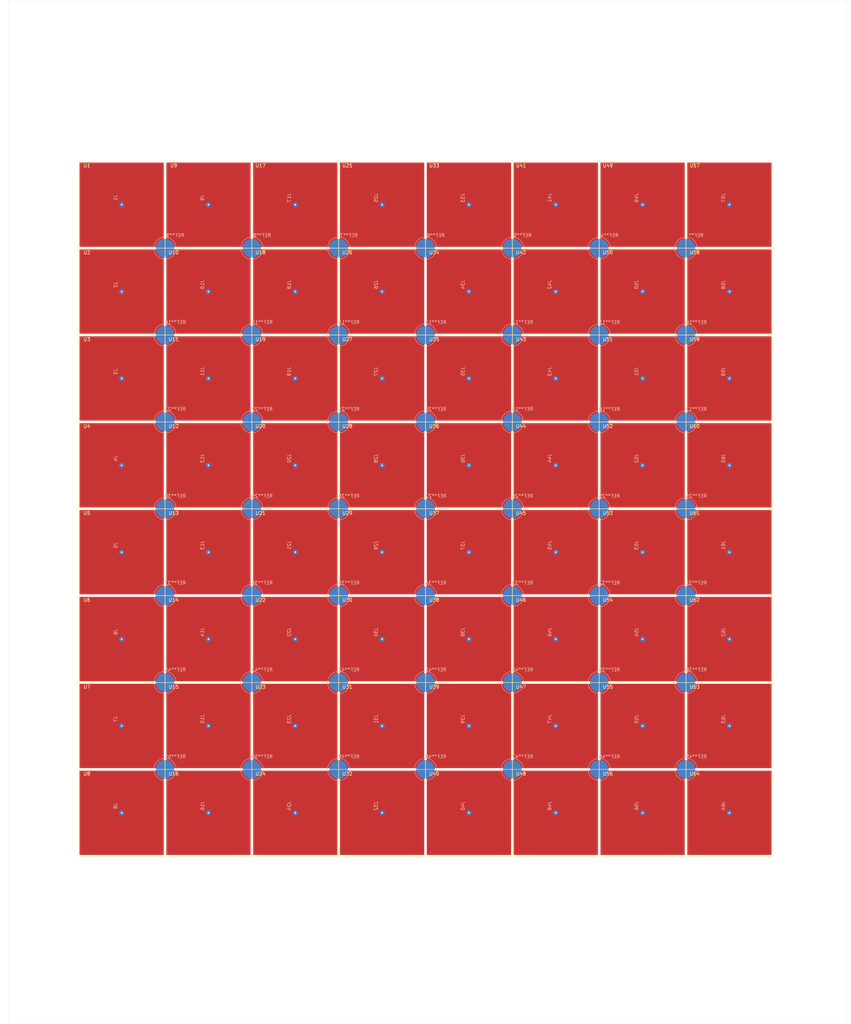
<source format=kicad_pcb>
(kicad_pcb (version 20221018) (generator pcbnew)
  (layers (0 "F.Cu" signal) (31 "B.Cu" signal) (34 "B.Paste" user) (35 "F.Paste" user) (36 "B.SilkS" user "B.Silkscreen") (37 "F.SilkS" user "F.Silkscreen") (38 "B.Mask" user) (39 "F.Mask" user) (44 "Edge.Cuts" user))
  (net 0 "")
  (net 1 "/a1")
  (net 2 "/a2")
  (net 3 "/a3")
  (net 4 "/a4")
  (net 5 "/a5")
  (net 6 "/a6")
  (net 7 "/a7")
  (net 8 "/a8")
  (net 9 "/b1")
  (net 10 "/b2")
  (net 11 "/b3")
  (net 12 "/b4")
  (net 13 "/b5")
  (net 14 "/b6")
  (net 15 "/b7")
  (net 16 "/b8")
  (net 17 "/c1")
  (net 18 "/c2")
  (net 19 "/c3")
  (net 20 "/c4")
  (net 21 "/c5")
  (net 22 "/c6")
  (net 23 "/c7")
  (net 24 "/c8")
  (net 25 "/d1")
  (net 26 "/d2")
  (net 27 "/d3")
  (net 28 "/d4")
  (net 29 "/d5")
  (net 30 "/d6")
  (net 31 "/d7")
  (net 32 "/d8")
  (net 33 "/e1")
  (net 34 "/e2")
  (net 35 "/e3")
  (net 36 "/e4")
  (net 37 "/e5")
  (net 38 "/e6")
  (net 39 "/e7")
  (net 40 "/e8")
  (net 41 "/f1")
  (net 42 "/f2")
  (net 43 "/f3")
  (net 44 "/f4")
  (net 45 "/f5")
  (net 46 "/f6")
  (net 47 "/f7")
  (net 48 "/f8")
  (net 49 "/g1")
  (net 50 "/g2")
  (net 51 "/g3")
  (net 52 "/g4")
  (net 53 "/g5")
  (net 54 "/g6")
  (net 55 "/g7")
  (net 56 "/g8")
  (net 57 "/h1")
  (net 58 "/h2")
  (net 59 "/h3")
  (net 60 "/h4")
  (net 61 "/h5")
  (net 62 "/h6")
  (net 63 "/h7")
  (net 64 "/h8")
  (footprint "AnodePads:anode_square_pad_no_hole" (layer "F.Cu") (at 321.751479 240.5161)
    (fp_text reference "U45" (at -10.16 -11.43) (layer "F.SilkS"))
    (fp_text value "anode_pad")
    (pad "1" connect rect (at 0 0) (size 24.638 24.638) (layers "F.Cu") (net 45 "/f5"))
  )
  (footprint "AnodePads:anode_square_pad_no_hole" (layer "F.Cu") (at 296.351479 138.9161)
    (fp_text reference "U33" (at -10.16 -11.43) (layer "F.SilkS"))
    (fp_text value "anode_pad")
    (pad "1" connect rect (at 0 0) (size 24.638 24.638) (layers "F.Cu") (net 33 "/e1"))
  )
  (footprint "AnodePads:anode_square_pad_no_hole" (layer "F.Cu") (at 321.751479 189.7161)
    (fp_text reference "U43" (at -10.16 -11.43) (layer "F.SilkS"))
    (fp_text value "anode_pad")
    (pad "1" connect rect (at 0 0) (size 24.638 24.638) (layers "F.Cu") (net 43 "/f3"))
  )
  (footprint "AnodePads:anode_square_pad_no_hole" (layer "F.Cu") (at 245.551479 164.3161)
    (fp_text reference "U18" (at -10.16 -11.43) (layer "F.SilkS"))
    (fp_text value "anode_pad")
    (pad "1" connect rect (at 0 0) (size 24.638 24.638) (layers "F.Cu") (net 18 "/c2"))
  )
  (footprint "AnodePads:anode_square_pad_no_hole" (layer "F.Cu") (at 270.951479 316.7161)
    (fp_text reference "U32" (at -10.16 -11.43) (layer "F.SilkS"))
    (fp_text value "anode_pad")
    (pad "1" connect rect (at 0 0) (size 24.638 24.638) (layers "F.Cu") (net 32 "/d8"))
  )
  (footprint "AnodePads:anode_square_pad_no_hole" (layer "F.Cu") (at 347.151479 215.1161)
    (fp_text reference "U52" (at -10.16 -11.43) (layer "F.SilkS"))
    (fp_text value "anode_pad")
    (pad "1" connect rect (at 0 0) (size 24.638 24.638) (layers "F.Cu") (net 52 "/g4"))
  )
  (footprint "AnodePads:anode_square_pad_no_hole" (layer "F.Cu") (at 296.351479 240.5161)
    (fp_text reference "U37" (at -10.16 -11.43) (layer "F.SilkS"))
    (fp_text value "anode_pad")
    (pad "1" connect rect (at 0 0) (size 24.638 24.638) (layers "F.Cu") (net 37 "/e5"))
  )
  (footprint "AnodePads:anode_square_pad_no_hole" (layer "F.Cu") (at 372.551479 138.9161)
    (fp_text reference "U57" (at -10.16 -11.43) (layer "F.SilkS"))
    (fp_text value "anode_pad")
    (pad "1" connect rect (at 0 0) (size 24.638 24.638) (layers "F.Cu") (net 57 "/h1"))
  )
  (footprint "AnodePads:anode_square_pad_no_hole" (layer "F.Cu") (at 194.751479 164.3161)
    (fp_text reference "U2" (at -10.16 -11.43) (layer "F.SilkS"))
    (fp_text value "anode_pad")
    (pad "1" connect rect (at 0 0) (size 24.638 24.638) (layers "F.Cu") (net 2 "/a2"))
  )
  (footprint "AnodePads:anode_square_pad_no_hole" (layer "F.Cu") (at 270.951479 164.3161)
    (fp_text reference "U26" (at -10.16 -11.43) (layer "F.SilkS"))
    (fp_text value "anode_pad")
    (pad "1" connect rect (at 0 0) (size 24.638 24.638) (layers "F.Cu") (net 26 "/d2"))
  )
  (footprint "AnodePads:anode_square_pad_no_hole" (layer "F.Cu") (at 194.751479 240.5161)
    (fp_text reference "U5" (at -10.16 -11.43) (layer "F.SilkS"))
    (fp_text value "anode_pad")
    (pad "1" connect rect (at 0 0) (size 24.638 24.638) (layers "F.Cu") (net 5 "/a5"))
  )
  (footprint "AnodePads:anode_square_pad_no_hole" (layer "F.Cu") (at 347.151479 316.7161)
    (fp_text reference "U56" (at -10.16 -11.43) (layer "F.SilkS"))
    (fp_text value "anode_pad")
    (pad "1" connect rect (at 0 0) (size 24.638 24.638) (layers "F.Cu") (net 56 "/g8"))
  )
  (footprint "AnodePads:anode_square_pad_no_hole" (layer "F.Cu") (at 372.551479 164.3161)
    (fp_text reference "U58" (at -10.16 -11.43) (layer "F.SilkS"))
    (fp_text value "anode_pad")
    (pad "1" connect rect (at 0 0) (size 24.638 24.638) (layers "F.Cu") (net 58 "/h2"))
  )
  (footprint "AnodePads:anode_square_pad_no_hole" (layer "F.Cu") (at 245.551479 291.3161)
    (fp_text reference "U23" (at -10.16 -11.43) (layer "F.SilkS"))
    (fp_text value "anode_pad")
    (pad "1" connect rect (at 0 0) (size 24.638 24.638) (layers "F.Cu") (net 23 "/c7"))
  )
  (footprint "AnodePads:anode_square_pad_no_hole" (layer "F.Cu") (at 296.351479 189.7161)
    (fp_text reference "U35" (at -10.16 -11.43) (layer "F.SilkS"))
    (fp_text value "anode_pad")
    (pad "1" connect rect (at 0 0) (size 24.638 24.638) (layers "F.Cu") (net 35 "/e3"))
  )
  (footprint "AnodePads:anode_square_pad_no_hole" (layer "F.Cu") (at 245.551479 240.5161)
    (fp_text reference "U21" (at -10.16 -11.43) (layer "F.SilkS"))
    (fp_text value "anode_pad")
    (pad "1" connect rect (at 0 0) (size 24.638 24.638) (layers "F.Cu") (net 21 "/c5"))
  )
  (footprint "AnodePads:anode_square_pad_no_hole" (layer "F.Cu") (at 270.951479 189.7161)
    (fp_text reference "U27" (at -10.16 -11.43) (layer "F.SilkS"))
    (fp_text value "anode_pad")
    (pad "1" connect rect (at 0 0) (size 24.638 24.638) (layers "F.Cu") (net 27 "/d3"))
  )
  (footprint "AnodePads:anode_square_pad_no_hole" (layer "F.Cu") (at 321.751479 316.7161)
    (fp_text reference "U48" (at -10.16 -11.43) (layer "F.SilkS"))
    (fp_text value "anode_pad")
    (pad "1" connect rect (at 0 0) (size 24.638 24.638) (layers "F.Cu") (net 48 "/f8"))
  )
  (footprint "AnodePads:anode_square_pad_no_hole" (layer "F.Cu") (at 296.351479 265.9161)
    (fp_text reference "U38" (at -10.16 -11.43) (layer "F.SilkS"))
    (fp_text value "anode_pad")
    (pad "1" connect rect (at 0 0) (size 24.638 24.638) (layers "F.Cu") (net 38 "/e6"))
  )
  (footprint "AnodePads:anode_square_pad_no_hole" (layer "F.Cu") (at 220.151479 291.3161)
    (fp_text reference "U15" (at -10.16 -11.43) (layer "F.SilkS"))
    (fp_text value "anode_pad")
    (pad "1" connect rect (at 0 0) (size 24.638 24.638) (layers "F.Cu") (net 15 "/b7"))
  )
  (footprint "AnodePads:anode_square_pad_no_hole" (layer "F.Cu") (at 321.751479 215.1161)
    (fp_text reference "U44" (at -10.16 -11.43) (layer "F.SilkS"))
    (fp_text value "anode_pad")
    (pad "1" connect rect (at 0 0) (size 24.638 24.638) (layers "F.Cu") (net 44 "/f4"))
  )
  (footprint "AnodePads:anode_square_pad_no_hole" (layer "F.Cu") (at 270.951479 138.9161)
    (fp_text reference "U25" (at -10.16 -11.43) (layer "F.SilkS"))
    (fp_text value "anode_pad")
    (pad "1" connect rect (at 0 0) (size 24.638 24.638) (layers "F.Cu") (net 25 "/d1"))
  )
  (footprint "AnodePads:anode_square_pad_no_hole" (layer "F.Cu") (at 372.551479 189.7161)
    (fp_text reference "U59" (at -10.16 -11.43) (layer "F.SilkS"))
    (fp_text value "anode_pad")
    (pad "1" connect rect (at 0 0) (size 24.638 24.638) (layers "F.Cu") (net 59 "/h3"))
  )
  (footprint "AnodePads:anode_square_pad_no_hole" (layer "F.Cu") (at 372.551479 265.9161)
    (fp_text reference "U62" (at -10.16 -11.43) (layer "F.SilkS"))
    (fp_text value "anode_pad")
    (pad "1" connect rect (at 0 0) (size 24.638 24.638) (layers "F.Cu") (net 62 "/h6"))
  )
  (footprint "AnodePads:anode_square_pad_no_hole" (layer "F.Cu") (at 296.351479 215.1161)
    (fp_text reference "U36" (at -10.16 -11.43) (layer "F.SilkS"))
    (fp_text value "anode_pad")
    (pad "1" connect rect (at 0 0) (size 24.638 24.638) (layers "F.Cu") (net 36 "/e4"))
  )
  (footprint "AnodePads:anode_square_pad_no_hole" (layer "F.Cu") (at 347.151479 138.9161)
    (fp_text reference "U49" (at -10.16 -11.43) (layer "F.SilkS"))
    (fp_text value "anode_pad")
    (pad "1" connect rect (at 0 0) (size 24.638 24.638) (layers "F.Cu") (net 49 "/g1"))
  )
  (footprint "AnodePads:anode_square_pad_no_hole" (layer "F.Cu") (at 372.551479 215.1161)
    (fp_text reference "U60" (at -10.16 -11.43) (layer "F.SilkS"))
    (fp_text value "anode_pad")
    (pad "1" connect rect (at 0 0) (size 24.638 24.638) (layers "F.Cu") (net 60 "/h4"))
  )
  (footprint "AnodePads:anode_square_pad_no_hole" (layer "F.Cu") (at 321.751479 138.9161)
    (fp_text reference "U41" (at -10.16 -11.43) (layer "F.SilkS"))
    (fp_text value "anode_pad")
    (pad "1" connect rect (at 0 0) (size 24.638 24.638) (layers "F.Cu") (net 41 "/f1"))
  )
  (footprint "AnodePads:anode_square_pad_no_hole" (layer "F.Cu") (at 194.751479 215.1161)
    (fp_text reference "U4" (at -10.16 -11.43) (layer "F.SilkS"))
    (fp_text value "anode_pad")
    (pad "1" connect rect (at 0 0) (size 24.638 24.638) (layers "F.Cu") (net 4 "/a4"))
  )
  (footprint "AnodePads:anode_square_pad_no_hole" (layer "F.Cu") (at 372.551479 291.3161)
    (fp_text reference "U63" (at -10.16 -11.43) (layer "F.SilkS"))
    (fp_text value "anode_pad")
    (pad "1" connect rect (at 0 0) (size 24.638 24.638) (layers "F.Cu") (net 63 "/h7"))
  )
  (footprint "AnodePads:anode_square_pad_no_hole" (layer "F.Cu") (at 270.951479 215.1161)
    (fp_text reference "U28" (at -10.16 -11.43) (layer "F.SilkS"))
    (fp_text value "anode_pad")
    (pad "1" connect rect (at 0 0) (size 24.638 24.638) (layers "F.Cu") (net 28 "/d4"))
  )
  (footprint "AnodePads:anode_square_pad_no_hole" (layer "F.Cu") (at 220.151479 215.1161)
    (fp_text reference "U12" (at -10.16 -11.43) (layer "F.SilkS"))
    (fp_text value "anode_pad")
    (pad "1" connect rect (at 0 0) (size 24.638 24.638) (layers "F.Cu") (net 12 "/b4"))
  )
  (footprint "AnodePads:anode_square_pad_no_hole" (layer "F.Cu") (at 270.951479 240.5161)
    (fp_text reference "U29" (at -10.16 -11.43) (layer "F.SilkS"))
    (fp_text value "anode_pad")
    (pad "1" connect rect (at 0 0) (size 24.638 24.638) (layers "F.Cu") (net 29 "/d5"))
  )
  (footprint "AnodePads:anode_square_pad_no_hole" (layer "F.Cu") (at 321.751479 164.3161)
    (fp_text reference "U42" (at -10.16 -11.43) (layer "F.SilkS"))
    (fp_text value "anode_pad")
    (pad "1" connect rect (at 0 0) (size 24.638 24.638) (layers "F.Cu") (net 42 "/f2"))
  )
  (footprint "AnodePads:anode_square_pad_no_hole" (layer "F.Cu") (at 245.551479 316.7161)
    (fp_text reference "U24" (at -10.16 -11.43) (layer "F.SilkS"))
    (fp_text value "anode_pad")
    (pad "1" connect rect (at 0 0) (size 24.638 24.638) (layers "F.Cu") (net 24 "/c8"))
  )
  (footprint "AnodePads:anode_square_pad_no_hole" (layer "F.Cu") (at 220.151479 265.9161)
    (fp_text reference "U14" (at -10.16 -11.43) (layer "F.SilkS"))
    (fp_text value "anode_pad")
    (pad "1" connect rect (at 0 0) (size 24.638 24.638) (layers "F.Cu") (net 14 "/b6"))
  )
  (footprint "AnodePads:anode_square_pad_no_hole" (layer "F.Cu") (at 372.551479 316.7161)
    (fp_text reference "U64" (at -10.16 -11.43) (layer "F.SilkS"))
    (fp_text value "anode_pad")
    (pad "1" connect rect (at 0 0) (size 24.638 24.638) (layers "F.Cu") (net 64 "/h8"))
  )
  (footprint "AnodePads:anode_square_pad_no_hole" (layer "F.Cu") (at 270.951479 291.3161)
    (fp_text reference "U31" (at -10.16 -11.43) (layer "F.SilkS"))
    (fp_text value "anode_pad")
    (pad "1" connect rect (at 0 0) (size 24.638 24.638) (layers "F.Cu") (net 31 "/d7"))
  )
  (footprint "AnodePads:anode_square_pad_no_hole" (layer "F.Cu") (at 245.551479 215.1161)
    (fp_text reference "U20" (at -10.16 -11.43) (layer "F.SilkS"))
    (fp_text value "anode_pad")
    (pad "1" connect rect (at 0 0) (size 24.638 24.638) (layers "F.Cu") (net 20 "/c4"))
  )
  (footprint "AnodePads:anode_square_pad_no_hole" (layer "F.Cu") (at 347.151479 291.3161)
    (fp_text reference "U55" (at -10.16 -11.43) (layer "F.SilkS"))
    (fp_text value "anode_pad")
    (pad "1" connect rect (at 0 0) (size 24.638 24.638) (layers "F.Cu") (net 55 "/g7"))
  )
  (footprint "AnodePads:anode_square_pad_no_hole" (layer "F.Cu") (at 220.151479 138.9161)
    (fp_text reference "U9" (at -10.16 -11.43) (layer "F.SilkS"))
    (fp_text value "anode_pad")
    (pad "1" connect rect (at 0 0) (size 24.638 24.638) (layers "F.Cu") (net 9 "/b1"))
  )
  (footprint "AnodePads:anode_square_pad_no_hole" (layer "F.Cu") (at 321.751479 265.9161)
    (fp_text reference "U46" (at -10.16 -11.43) (layer "F.SilkS"))
    (fp_text value "anode_pad")
    (pad "1" connect rect (at 0 0) (size 24.638 24.638) (layers "F.Cu") (net 46 "/f6"))
  )
  (footprint "AnodePads:anode_square_pad_no_hole" (layer "F.Cu") (at 347.151479 265.9161)
    (fp_text reference "U54" (at -10.16 -11.43) (layer "F.SilkS"))
    (fp_text value "anode_pad")
    (pad "1" connect rect (at 0 0) (size 24.638 24.638) (layers "F.Cu") (net 54 "/g6"))
  )
  (footprint "AnodePads:anode_square_pad_no_hole" (layer "F.Cu") (at 194.751479 138.9161)
    (fp_text reference "U1" (at -10.16 -11.43) (layer "F.SilkS"))
    (fp_text value "anode_pad")
    (pad "1" connect rect (at 0 0) (size 24.638 24.638) (layers "F.Cu") (net 1 "/a1"))
  )
  (footprint "AnodePads:anode_square_pad_no_hole" (layer "F.Cu") (at 194.751479 265.9161)
    (fp_text reference "U6" (at -10.16 -11.43) (layer "F.SilkS"))
    (fp_text value "anode_pad")
    (pad "1" connect rect (at 0 0) (size 24.638 24.638) (layers "F.Cu") (net 6 "/a6"))
  )
  (footprint "AnodePads:anode_square_pad_no_hole" (layer "F.Cu") (at 296.351479 291.3161)
    (fp_text reference "U39" (at -10.16 -11.43) (layer "F.SilkS"))
    (fp_text value "anode_pad")
    (pad "1" connect rect (at 0 0) (size 24.638 24.638) (layers "F.Cu") (net 39 "/e7"))
  )
  (footprint "AnodePads:anode_square_pad_no_hole" (layer "F.Cu") (at 220.151479 189.7161)
    (fp_text reference "U11" (at -10.16 -11.43) (layer "F.SilkS"))
    (fp_text value "anode_pad")
    (pad "1" connect rect (at 0 0) (size 24.638 24.638) (layers "F.Cu") (net 11 "/b3"))
  )
  (footprint "AnodePads:anode_square_pad_no_hole" (layer "F.Cu") (at 321.751479 291.3161)
    (fp_text reference "U47" (at -10.16 -11.43) (layer "F.SilkS"))
    (fp_text value "anode_pad")
    (pad "1" connect rect (at 0 0) (size 24.638 24.638) (layers "F.Cu") (net 47 "/f7"))
  )
  (footprint "AnodePads:anode_square_pad_no_hole" (layer "F.Cu") (at 220.151479 316.7161)
    (fp_text reference "U16" (at -10.16 -11.43) (layer "F.SilkS"))
    (fp_text value "anode_pad")
    (pad "1" connect rect (at 0 0) (size 24.638 24.638) (layers "F.Cu") (net 16 "/b8"))
  )
  (footprint "AnodePads:anode_square_pad_no_hole" (layer "F.Cu") (at 270.951479 265.9161)
    (fp_text reference "U30" (at -10.16 -11.43) (layer "F.SilkS"))
    (fp_text value "anode_pad")
    (pad "1" connect rect (at 0 0) (size 24.638 24.638) (layers "F.Cu") (net 30 "/d6"))
  )
  (footprint "AnodePads:anode_square_pad_no_hole" (layer "F.Cu") (at 347.151479 189.7161)
    (fp_text reference "U51" (at -10.16 -11.43) (layer "F.SilkS"))
    (fp_text value "anode_pad")
    (pad "1" connect rect (at 0 0) (size 24.638 24.638) (layers "F.Cu") (net 51 "/g3"))
  )
  (footprint "AnodePads:anode_square_pad_no_hole" (layer "F.Cu") (at 372.551479 240.5161)
    (fp_text reference "U61" (at -10.16 -11.43) (layer "F.SilkS"))
    (fp_text value "anode_pad")
    (pad "1" connect rect (at 0 0) (size 24.638 24.638) (layers "F.Cu") (net 61 "/h5"))
  )
  (footprint "AnodePads:anode_square_pad_no_hole" (layer "F.Cu") (at 347.151479 164.3161)
    (fp_text reference "U50" (at -10.16 -11.43) (layer "F.SilkS"))
    (fp_text value "anode_pad")
    (pad "1" connect rect (at 0 0) (size 24.638 24.638) (layers "F.Cu") (net 50 "/g2"))
  )
  (footprint "AnodePads:anode_square_pad_no_hole" (layer "F.Cu") (at 194.751479 316.7161)
    (fp_text reference "U8" (at -10.16 -11.43) (layer "F.SilkS"))
    (fp_text value "anode_pad")
    (pad "1" connect rect (at 0 0) (size 24.638 24.638) (layers "F.Cu") (net 8 "/a8"))
  )
  (footprint "AnodePads:anode_square_pad_no_hole" (layer "F.Cu") (at 245.551479 265.9161)
    (fp_text reference "U22" (at -10.16 -11.43) (layer "F.SilkS"))
    (fp_text value "anode_pad")
    (pad "1" connect rect (at 0 0) (size 24.638 24.638) (layers "F.Cu") (net 22 "/c6"))
  )
  (footprint "AnodePads:anode_square_pad_no_hole" (layer "F.Cu") (at 194.751479 189.7161)
    (fp_text reference "U3" (at -10.16 -11.43) (layer "F.SilkS"))
    (fp_text value "anode_pad")
    (pad "1" connect rect (at 0 0) (size 24.638 24.638) (layers "F.Cu") (net 3 "/a3"))
  )
  (footprint "AnodePads:anode_square_pad_no_hole" (layer "F.Cu") (at 220.151479 164.3161)
    (fp_text reference "U10" (at -10.16 -11.43) (layer "F.SilkS"))
    (fp_text value "anode_pad")
    (pad "1" connect rect (at 0 0) (size 24.638 24.638) (layers "F.Cu") (net 10 "/b2"))
  )
  (footprint "AnodePads:anode_square_pad_no_hole" (layer "F.Cu") (at 296.351479 316.7161)
    (fp_text reference "U40" (at -10.16 -11.43) (layer "F.SilkS"))
    (fp_text value "anode_pad")
    (pad "1" connect rect (at 0 0) (size 24.638 24.638) (layers "F.Cu") (net 40 "/e8"))
  )
  (footprint "AnodePads:anode_square_pad_no_hole" (layer "F.Cu") (at 220.151479 240.5161)
    (fp_text reference "U13" (at -10.16 -11.43) (layer "F.SilkS"))
    (fp_text value "anode_pad")
    (pad "1" connect rect (at 0 0) (size 24.638 24.638) (layers "F.Cu") (net 13 "/b5"))
  )
  (footprint "AnodePads:anode_square_pad_no_hole" (layer "F.Cu") (at 245.551479 138.9161)
    (fp_text reference "U17" (at -10.16 -11.43) (layer "F.SilkS"))
    (fp_text value "anode_pad")
    (pad "1" connect rect (at 0 0) (size 24.638 24.638) (layers "F.Cu") (net 17 "/c1"))
  )
  (footprint "AnodePads:anode_square_pad_no_hole" (layer "F.Cu") (at 347.151479 240.5161)
    (fp_text reference "U53" (at -10.16 -11.43) (layer "F.SilkS"))
    (fp_text value "anode_pad")
    (pad "1" connect rect (at 0 0) (size 24.638 24.638) (layers "F.Cu") (net 53 "/g5"))
  )
  (footprint "AnodePads:anode_square_pad_no_hole" (layer "F.Cu") (at 194.751479 291.3161)
    (fp_text reference "U7" (at -10.16 -11.43) (layer "F.SilkS"))
    (fp_text value "anode_pad")
    (pad "1" connect rect (at 0 0) (size 24.638 24.638) (layers "F.Cu") (net 7 "/a7"))
  )
  (footprint "AnodePads:anode_square_pad_no_hole" (layer "F.Cu") (at 296.351479 164.3161)
    (fp_text reference "U34" (at -10.16 -11.43) (layer "F.SilkS"))
    (fp_text value "anode_pad")
    (pad "1" connect rect (at 0 0) (size 24.638 24.638) (layers "F.Cu") (net 34 "/e2"))
  )
  (footprint "AnodePads:anode_square_pad_no_hole" (layer "F.Cu") (at 245.551479 189.7161)
    (fp_text reference "U19" (at -10.16 -11.43) (layer "F.SilkS"))
    (fp_text value "anode_pad")
    (pad "1" connect rect (at 0 0) (size 24.638 24.638) (layers "F.Cu") (net 19 "/c3"))
  )
  (footprint "AnodePads:Standoff_mount_5.5D" (layer "B.Cu") (at 207.451479 202.4161 180)
    (fp_text reference "REF**23" (at -3 3.75 unlocked) (layer "B.SilkS") (effects (justify mirror)))
    (fp_text value "Standoff_mount_5.5D")
    (pad "1" smd circle (at 0 0 180) (size 5.5 5.5) (layers "B.Cu" "B.Paste" "B.Mask"))
  )
  (footprint "AnodePads:Standoff_mount_5.5D" (layer "B.Cu") (at 359.851479 304.0161 180)
    (fp_text reference "REF**45" (at -3 3.75 unlocked) (layer "B.SilkS") (effects (justify mirror)))
    (fp_text value "Standoff_mount_5.5D")
    (pad "1" smd circle (at 0 0 180) (size 5.5 5.5) (layers "B.Cu" "B.Paste" "B.Mask"))
  )
  (footprint "AnodePads:Standoff_mount_5.5D" (layer "B.Cu") (at 258.251479 202.4161 180)
    (fp_text reference "REF**21" (at -3 3.75 unlocked) (layer "B.SilkS") (effects (justify mirror)))
    (fp_text value "Standoff_mount_5.5D")
    (pad "1" smd circle (at 0 0 180) (size 5.5 5.5) (layers "B.Cu" "B.Paste" "B.Mask"))
  )
  (footprint "AnodePads:PogoPinWithTail" (layer "B.Cu") (at 270.951479 189.7161 -90)
    (fp_text reference "J27" (at -2.032 1.778 90 unlocked) (layer "B.SilkS") (effects (justify mirror)))
    (fp_text value "Conn_01x01_Pin")
    (pad "1" thru_hole circle (at 0 0 270) (size 0.85 0.85) (drill 0.45) (layers "*.Cu") (net 27 "/d3"))
    (pad "1" smd circle (at 0 0 270) (size 1.5 1.5) (layers "B.Cu" "B.Paste" "B.Mask") (net 27 "/d3"))
  )
  (footprint "AnodePads:PogoPinWithTail" (layer "B.Cu") (at 321.751479 291.3161 -90)
    (fp_text reference "J47" (at -2.032 1.778 90 unlocked) (layer "B.SilkS") (effects (justify mirror)))
    (fp_text value "Conn_01x01_Pin")
    (pad "1" thru_hole circle (at 0 0 270) (size 0.85 0.85) (drill 0.45) (layers "*.Cu") (net 47 "/f7"))
    (pad "1" smd circle (at 0 0 270) (size 1.5 1.5) (layers "B.Cu" "B.Paste" "B.Mask") (net 47 "/f7"))
  )
  (footprint "AnodePads:Standoff_mount_5.5D" (layer "B.Cu") (at 283.651479 253.2161 180)
    (fp_text reference "REF**34" (at -3 3.75 unlocked) (layer "B.SilkS") (effects (justify mirror)))
    (fp_text value "Standoff_mount_5.5D")
    (pad "1" smd circle (at 0 0 180) (size 5.5 5.5) (layers "B.Cu" "B.Paste" "B.Mask"))
  )
  (footprint "AnodePads:Standoff_mount_5.5D" (layer "B.Cu") (at 283.651479 304.0161 180)
    (fp_text reference "REF**48" (at -3 3.75 unlocked) (layer "B.SilkS") (effects (justify mirror)))
    (fp_text value "Standoff_mount_5.5D")
    (pad "1" smd circle (at 0 0 180) (size 5.5 5.5) (layers "B.Cu" "B.Paste" "B.Mask"))
  )
  (footprint "" (layer "B.Cu") (at 325.134558 107.79325 180)
    (fp_text reference "" (at 0 0) (layer "B.SilkS") (effects (font (size 1.27 1.27)) (justify mirror)))
    (fp_text value "" (at 0 0) (layer "B.SilkS") (effects (font (size 1.27 1.27)) (justify mirror)))
    (pad "" np_thru_hole circle (at 0 0 180) (size 2.5 2.5) (drill 2.5) (layers "*.Cu" "*.Mask"))
  )
  (footprint "AnodePads:PogoPinWithTail" (layer "B.Cu") (at 220.151479 164.3161 -90)
    (fp_text reference "J10" (at -2.032 1.778 90 unlocked) (layer "B.SilkS") (effects (justify mirror)))
    (fp_text value "Conn_01x01_Pin")
    (pad "1" thru_hole circle (at 0 0 270) (size 0.85 0.85) (drill 0.45) (layers "*.Cu") (net 10 "/b2"))
    (pad "1" smd circle (at 0 0 270) (size 1.5 1.5) (layers "B.Cu" "B.Paste" "B.Mask") (net 10 "/b2"))
  )
  (footprint "AnodePads:PogoPinWithTail" (layer "B.Cu") (at 321.751479 138.9161 -90)
    (fp_text reference "J41" (at -2.032 1.778 90 unlocked) (layer "B.SilkS") (effects (justify mirror)))
    (fp_text value "Conn_01x01_Pin")
    (pad "1" thru_hole circle (at 0 0 270) (size 0.85 0.85) (drill 0.45) (layers "*.Cu") (net 41 "/f1"))
    (pad "1" smd circle (at 0 0 270) (size 1.5 1.5) (layers "B.Cu" "B.Paste" "B.Mask") (net 41 "/f1"))
  )
  (footprint "MountingHole:MountingHole_2.2mm_M2" (layer "B.Cu") (at 168.651479 337.8161 180)
    (fp_text reference "REF**2" hide)
    (fp_text value "MountingHole_2.2mm_M2")
    (pad "" np_thru_hole circle (at 0 0 180) (size 5 5) (drill 5) (layers "*.Cu" "*.Mask"))
  )
  (footprint "AnodePads:PogoPinWithTail" (layer "B.Cu") (at 220.151479 291.3161 -90)
    (fp_text reference "J15" (at -2.032 1.778 90 unlocked) (layer "B.SilkS") (effects (justify mirror)))
    (fp_text value "Conn_01x01_Pin")
    (pad "1" thru_hole circle (at 0 0 270) (size 0.85 0.85) (drill 0.45) (layers "*.Cu") (net 15 "/b7"))
    (pad "1" smd circle (at 0 0 270) (size 1.5 1.5) (layers "B.Cu" "B.Paste" "B.Mask") (net 15 "/b7"))
  )
  (footprint "AnodePads:PogoPinWithTail" (layer "B.Cu") (at 194.751479 215.1161 -90)
    (fp_text reference "J4" (at -2.032 1.778 90 unlocked) (layer "B.SilkS") (effects (justify mirror)))
    (fp_text value "Conn_01x01_Pin")
    (pad "1" thru_hole circle (at 0 0 270) (size 0.85 0.85) (drill 0.45) (layers "*.Cu") (net 4 "/a4"))
    (pad "1" smd circle (at 0 0 270) (size 1.5 1.5) (layers "B.Cu" "B.Paste" "B.Mask") (net 4 "/a4"))
  )
  (footprint "AnodePads:PogoPinWithTail" (layer "B.Cu") (at 296.351479 265.9161 -90)
    (fp_text reference "J38" (at -2.032 1.778 90 unlocked) (layer "B.SilkS") (effects (justify mirror)))
    (fp_text value "Conn_01x01_Pin")
    (pad "1" thru_hole circle (at 0 0 270) (size 0.85 0.85) (drill 0.45) (layers "*.Cu") (net 38 "/e6"))
    (pad "1" smd circle (at 0 0 270) (size 1.5 1.5) (layers "B.Cu" "B.Paste" "B.Mask") (net 38 "/e6"))
  )
  (footprint "AnodePads:PogoPinWithTail" (layer "B.Cu") (at 270.951479 215.1161 -90)
    (fp_text reference "J28" (at -2.032 1.778 90 unlocked) (layer "B.SilkS") (effects (justify mirror)))
    (fp_text value "Conn_01x01_Pin")
    (pad "1" thru_hole circle (at 0 0 270) (size 0.85 0.85) (drill 0.45) (layers "*.Cu") (net 28 "/d4"))
    (pad "1" smd circle (at 0 0 270) (size 1.5 1.5) (layers "B.Cu" "B.Paste" "B.Mask") (net 28 "/d4"))
  )
  (footprint "" (layer "B.Cu") (at 304.408158 107.79325 180)
    (fp_text reference "" (at 0 0) (layer "B.SilkS") (effects (font (size 1.27 1.27)) (justify mirror)))
    (fp_text value "" (at 0 0) (layer "B.SilkS") (effects (font (size 1.27 1.27)) (justify mirror)))
    (pad "" np_thru_hole circle (at 0 0 180) (size 2.5 2.5) (drill 2.5) (layers "*.Cu" "*.Mask"))
  )
  (footprint "AnodePads:Standoff_mount_5.5D" (layer "B.Cu") (at 283.651479 227.8161 180)
    (fp_text reference "REF**27" (at -3 3.75 unlocked) (layer "B.SilkS") (effects (justify mirror)))
    (fp_text value "Standoff_mount_5.5D")
    (pad "1" smd circle (at 0 0 180) (size 5.5 5.5) (layers "B.Cu" "B.Paste" "B.Mask"))
  )
  (footprint "AnodePads:Standoff_mount_5.5D" (layer "B.Cu") (at 258.251479 253.2161 180)
    (fp_text reference "REF**35" (at -3 3.75 unlocked) (layer "B.SilkS") (effects (justify mirror)))
    (fp_text value "Standoff_mount_5.5D")
    (pad "1" smd circle (at 0 0 180) (size 5.5 5.5) (layers "B.Cu" "B.Paste" "B.Mask"))
  )
  (footprint "AnodePads:Standoff_mount_5.5D" (layer "B.Cu") (at 309.051479 202.4161 180)
    (fp_text reference "REF**19" (at -3 3.75 unlocked) (layer "B.SilkS") (effects (justify mirror)))
    (fp_text value "Standoff_mount_5.5D")
    (pad "1" smd circle (at 0 0 180) (size 5.5 5.5) (layers "B.Cu" "B.Paste" "B.Mask"))
  )
  (footprint "" (layer "B.Cu") (at 398.692958 282.85005 180)
    (fp_text reference "" (at 0 0) (layer "B.SilkS") (effects (font (size 1.27 1.27)) (justify mirror)))
    (fp_text value "" (at 0 0) (layer "B.SilkS") (effects (font (size 1.27 1.27)) (justify mirror)))
    (pad "" np_thru_hole circle (at 0 0 180) (size 5 5) (drill 5) (layers "*.Cu" "*.Mask"))
  )
  (footprint "AnodePads:PogoPinWithTail" (layer "B.Cu") (at 245.551479 265.9161 -90)
    (fp_text reference "J22" (at -2.032 1.778 90 unlocked) (layer "B.SilkS") (effects (justify mirror)))
    (fp_text value "Conn_01x01_Pin")
    (pad "1" thru_hole circle (at 0 0 270) (size 0.85 0.85) (drill 0.45) (layers "*.Cu") (net 22 "/c6"))
    (pad "1" smd circle (at 0 0 270) (size 1.5 1.5) (layers "B.Cu" "B.Paste" "B.Mask") (net 22 "/c6"))
  )
  (footprint "AnodePads:PogoPinWithTail" (layer "B.Cu") (at 321.751479 240.5161 -90)
    (fp_text reference "J45" (at -2.032 1.778 90 unlocked) (layer "B.SilkS") (effects (justify mirror)))
    (fp_text value "Conn_01x01_Pin")
    (pad "1" thru_hole circle (at 0 0 270) (size 0.85 0.85) (drill 0.45) (layers "*.Cu") (net 45 "/f5"))
    (pad "1" smd circle (at 0 0 270) (size 1.5 1.5) (layers "B.Cu" "B.Paste" "B.Mask") (net 45 "/f5"))
  )
  (footprint "" (layer "B.Cu") (at 345.860958 107.79325 180)
    (fp_text reference "" (at 0 0) (layer "B.SilkS") (effects (font (size 1.27 1.27)) (justify mirror)))
    (fp_text value "" (at 0 0) (layer "B.SilkS") (effects (font (size 1.27 1.27)) (justify mirror)))
    (pad "" np_thru_hole circle (at 0 0 180) (size 2.5 2.5) (drill 2.5) (layers "*.Cu" "*.Mask"))
  )
  (footprint "AnodePads:PogoPinWithTail" (layer "B.Cu") (at 220.151479 215.1161 -90)
    (fp_text reference "J12" (at -2.032 1.778 90 unlocked) (layer "B.SilkS") (effects (justify mirror)))
    (fp_text value "Conn_01x01_Pin")
    (pad "1" thru_hole circle (at 0 0 270) (size 0.85 0.85) (drill 0.45) (layers "*.Cu") (net 12 "/b4"))
    (pad "1" smd circle (at 0 0 270) (size 1.5 1.5) (layers "B.Cu" "B.Paste" "B.Mask") (net 12 "/b4"))
  )
  (footprint "AnodePads:Standoff_mount_5.5D" (layer "B.Cu") (at 258.251479 151.6161 180)
    (fp_text reference "REF**7" (at -3 3.75 unlocked) (layer "B.SilkS") (effects (justify mirror)))
    (fp_text value "Standoff_mount_5.5D")
    (pad "1" smd circle (at 0 0 180) (size 5.5 5.5) (layers "B.Cu" "B.Paste" "B.Mask"))
  )
  (footprint "AnodePads:PogoPinWithTail" (layer "B.Cu") (at 270.951479 138.9161 -90)
    (fp_text reference "J25" (at -2.032 1.778 90 unlocked) (layer "B.SilkS") (effects (justify mirror)))
    (fp_text value "Conn_01x01_Pin")
    (pad "1" thru_hole circle (at 0 0 270) (size 0.85 0.85) (drill 0.45) (layers "*.Cu") (net 25 "/d1"))
    (pad "1" smd circle (at 0 0 270) (size 1.5 1.5) (layers "B.Cu" "B.Paste" "B.Mask") (net 25 "/d1"))
  )
  (footprint "AnodePads:Standoff_mount_5.5D" (layer "B.Cu") (at 232.851479 202.4161 180)
    (fp_text reference "REF**22" (at -3 3.75 unlocked) (layer "B.SilkS") (effects (justify mirror)))
    (fp_text value "Standoff_mount_5.5D")
    (pad "1" smd circle (at 0 0 180) (size 5.5 5.5) (layers "B.Cu" "B.Paste" "B.Mask"))
  )
  (footprint "AnodePads:Standoff_mount_5.5D" (layer "B.Cu") (at 258.251479 304.0161 180)
    (fp_text reference "REF**49" (at -3 3.75 unlocked) (layer "B.SilkS") (effects (justify mirror)))
    (fp_text value "Standoff_mount_5.5D")
    (pad "1" smd circle (at 0 0 180) (size 5.5 5.5) (layers "B.Cu" "B.Paste" "B.Mask"))
  )
  (footprint "AnodePads:PogoPinWithTail" (layer "B.Cu") (at 245.551479 291.3161 -90)
    (fp_text reference "J23" (at -2.032 1.778 90 unlocked) (layer "B.SilkS") (effects (justify mirror)))
    (fp_text value "Conn_01x01_Pin")
    (pad "1" thru_hole circle (at 0 0 270) (size 0.85 0.85) (drill 0.45) (layers "*.Cu") (net 23 "/c7"))
    (pad "1" smd circle (at 0 0 270) (size 1.5 1.5) (layers "B.Cu" "B.Paste" "B.Mask") (net 23 "/c7"))
  )
  (footprint "" (layer "B.Cu") (at 283.681758 347.82325 180)
    (fp_text reference "" (at 0 0) (layer "B.SilkS") (effects (font (size 1.27 1.27)) (justify mirror)))
    (fp_text value "" (at 0 0) (layer "B.SilkS") (effects (font (size 1.27 1.27)) (justify mirror)))
    (pad "" np_thru_hole circle (at 0 0 180) (size 2.5 2.5) (drill 2.5) (layers "*.Cu" "*.Mask"))
  )
  (footprint "AnodePads:Standoff_mount_5.5D" (layer "B.Cu") (at 359.851479 151.6161 180)
    (fp_text reference "REF**" (at -3 3.75 unlocked) (layer "B.SilkS") (effects (justify mirror)))
    (fp_text value "Standoff_mount_5.5D")
    (pad "1" smd circle (at 0 0 180) (size 5.5 5.5) (layers "B.Cu" "B.Paste" "B.Mask"))
  )
  (footprint "AnodePads:PogoPinWithTail" (layer "B.Cu") (at 270.951479 240.5161 -90)
    (fp_text reference "J29" (at -2.032 1.778 90 unlocked) (layer "B.SilkS") (effects (justify mirror)))
    (fp_text value "Conn_01x01_Pin")
    (pad "1" thru_hole circle (at 0 0 270) (size 0.85 0.85) (drill 0.45) (layers "*.Cu") (net 29 "/d5"))
    (pad "1" smd circle (at 0 0 270) (size 1.5 1.5) (layers "B.Cu" "B.Paste" "B.Mask") (net 29 "/d5"))
  )
  (footprint "AnodePads:PogoPinWithTail" (layer "B.Cu") (at 372.551479 138.9161 -90)
    (fp_text reference "J57" (at -2.032 1.778 90 unlocked) (layer "B.SilkS") (effects (justify mirror)))
    (fp_text value "Conn_01x01_Pin")
    (pad "1" thru_hole circle (at 0 0 270) (size 0.85 0.85) (drill 0.45) (layers "*.Cu") (net 57 "/h1"))
    (pad "1" smd circle (at 0 0 270) (size 1.5 1.5) (layers "B.Cu" "B.Paste" "B.Mask") (net 57 "/h1"))
  )
  (footprint "AnodePads:Standoff_mount_5.5D" (layer "B.Cu") (at 207.451479 304.0161 180)
    (fp_text reference "REF**51" (at -3 3.75 unlocked) (layer "B.SilkS") (effects (justify mirror)))
    (fp_text value "Standoff_mount_5.5D")
    (pad "1" smd circle (at 0 0 180) (size 5.5 5.5) (layers "B.Cu" "B.Paste" "B.Mask"))
  )
  (footprint "AnodePads:PogoPinWithTail" (layer "B.Cu") (at 220.151479 265.9161 -90)
    (fp_text reference "J14" (at -2.032 1.778 90 unlocked) (layer "B.SilkS") (effects (justify mirror)))
    (fp_text value "Conn_01x01_Pin")
    (pad "1" thru_hole circle (at 0 0 270) (size 0.85 0.85) (drill 0.45) (layers "*.Cu") (net 14 "/b6"))
    (pad "1" smd circle (at 0 0 270) (size 1.5 1.5) (layers "B.Cu" "B.Paste" "B.Mask") (net 14 "/b6"))
  )
  (footprint "AnodePads:Standoff_mount_5.5D" (layer "B.Cu") (at 359.851479 202.4161 180)
    (fp_text reference "REF**17" (at -3 3.75 unlocked) (layer "B.SilkS") (effects (justify mirror)))
    (fp_text value "Standoff_mount_5.5D")
    (pad "1" smd circle (at 0 0 180) (size 5.5 5.5) (layers "B.Cu" "B.Paste" "B.Mask"))
  )
  (footprint "" (layer "B.Cu") (at 221.502558 347.82325 180)
    (fp_text reference "" (at 0 0) (layer "B.SilkS") (effects (font (size 1.27 1.27)) (justify mirror)))
    (fp_text value "" (at 0 0) (layer "B.SilkS") (effects (font (size 1.27 1.27)) (justify mirror)))
    (pad "" np_thru_hole circle (at 0 0 180) (size 2.5 2.5) (drill 2.5) (layers "*.Cu" "*.Mask"))
  )
  (footprint "AnodePads:PogoPinWithTail" (layer "B.Cu") (at 245.551479 316.7161 -90)
    (fp_text reference "J24" (at -2.032 1.778 90 unlocked) (layer "B.SilkS") (effects (justify mirror)))
    (fp_text value "Conn_01x01_Pin")
    (pad "1" thru_hole circle (at 0 0 270) (size 0.85 0.85) (drill 0.45) (layers "*.Cu") (net 24 "/c8"))
    (pad "1" smd circle (at 0 0 270) (size 1.5 1.5) (layers "B.Cu" "B.Paste" "B.Mask") (net 24 "/c8"))
  )
  (footprint "AnodePads:Standoff_mount_5.5D" (layer "B.Cu") (at 207.451479 151.6161 180)
    (fp_text reference "REF**9" (at -3 3.75 unlocked) (layer "B.SilkS") (effects (justify mirror)))
    (fp_text value "Standoff_mount_5.5D")
    (pad "1" smd circle (at 0 0 180) (size 5.5 5.5) (layers "B.Cu" "B.Paste" "B.Mask"))
  )
  (footprint "AnodePads:PogoPinWithTail" (layer "B.Cu") (at 347.151479 164.3161 -90)
    (fp_text reference "J50" (at -2.032 1.778 90 unlocked) (layer "B.SilkS") (effects (justify mirror)))
    (fp_text value "Conn_01x01_Pin")
    (pad "1" thru_hole circle (at 0 0 270) (size 0.85 0.85) (drill 0.45) (layers "*.Cu") (net 50 "/g2"))
    (pad "1" smd circle (at 0 0 270) (size 1.5 1.5) (layers "B.Cu" "B.Paste" "B.Mask") (net 50 "/g2"))
  )
  (footprint "" (layer "B.Cu") (at 345.860958 347.82325 180)
    (fp_text reference "" (at 0 0) (layer "B.SilkS") (effects (font (size 1.27 1.27)) (justify mirror)))
    (fp_text value "" (at 0 0) (layer "B.SilkS") (effects (font (size 1.27 1.27)) (justify mirror)))
    (pad "" np_thru_hole circle (at 0 0 180) (size 2.5 2.5) (drill 2.5) (layers "*.Cu" "*.Mask"))
  )
  (footprint "AnodePads:PogoPinWithTail" (layer "B.Cu") (at 296.351479 164.3161 -90)
    (fp_text reference "J34" (at -2.032 1.778 90 unlocked) (layer "B.SilkS") (effects (justify mirror)))
    (fp_text value "Conn_01x01_Pin")
    (pad "1" thru_hole circle (at 0 0 270) (size 0.85 0.85) (drill 0.45) (layers "*.Cu") (net 34 "/e2"))
    (pad "1" smd circle (at 0 0 270) (size 1.5 1.5) (layers "B.Cu" "B.Paste" "B.Mask") (net 34 "/e2"))
  )
  (footprint "AnodePads:Standoff_mount_5.5D" (layer "B.Cu") (at 258.251479 177.0161 180)
    (fp_text reference "REF**14" (at -3 3.75 unlocked) (layer "B.SilkS") (effects (justify mirror)))
    (fp_text value "Standoff_mount_5.5D")
    (pad "1" smd circle (at 0 0 180) (size 5.5 5.5) (layers "B.Cu" "B.Paste" "B.Mask"))
  )
  (footprint "AnodePads:PogoPinWithTail" (layer "B.Cu") (at 245.551479 138.9161 -90)
    (fp_text reference "J17" (at -2.032 1.778 90 unlocked) (layer "B.SilkS") (effects (justify mirror)))
    (fp_text value "Conn_01x01_Pin")
    (pad "1" thru_hole circle (at 0 0 270) (size 0.85 0.85) (drill 0.45) (layers "*.Cu") (net 17 "/c1"))
    (pad "1" smd circle (at 0 0 270) (size 1.5 1.5) (layers "B.Cu" "B.Paste" "B.Mask") (net 17 "/c1"))
  )
  (footprint "AnodePads:Standoff_mount_5.5D" (layer "B.Cu") (at 283.651479 151.6161 180)
    (fp_text reference "REF**6" (at -3 3.75 unlocked) (layer "B.SilkS") (effects (justify mirror)))
    (fp_text value "Standoff_mount_5.5D")
    (pad "1" smd circle (at 0 0 180) (size 5.5 5.5) (layers "B.Cu" "B.Paste" "B.Mask"))
  )
  (footprint "AnodePads:PogoPinWithTail" (layer "B.Cu") (at 245.551479 240.5161 -90)
    (fp_text reference "J21" (at -2.032 1.778 90 unlocked) (layer "B.SilkS") (effects (justify mirror)))
    (fp_text value "Conn_01x01_Pin")
    (pad "1" thru_hole circle (at 0 0 270) (size 0.85 0.85) (drill 0.45) (layers "*.Cu") (net 21 "/c5"))
    (pad "1" smd circle (at 0 0 270) (size 1.5 1.5) (layers "B.Cu" "B.Paste" "B.Mask") (net 21 "/c5"))
  )
  (footprint "AnodePads:PogoPinWithTail" (layer "B.Cu") (at 296.351479 215.1161 -90)
    (fp_text reference "J36" (at -2.032 1.778 90 unlocked) (layer "B.SilkS") (effects (justify mirror)))
    (fp_text value "Conn_01x01_Pin")
    (pad "1" thru_hole circle (at 0 0 270) (size 0.85 0.85) (drill 0.45) (layers "*.Cu") (net 36 "/e4"))
    (pad "1" smd circle (at 0 0 270) (size 1.5 1.5) (layers "B.Cu" "B.Paste" "B.Mask") (net 36 "/e4"))
  )
  (footprint "AnodePads:PogoPinWithTail" (layer "B.Cu") (at 194.751479 291.3161 -90)
    (fp_text reference "J7" (at -2.032 1.778 90 unlocked) (layer "B.SilkS") (effects (justify mirror)))
    (fp_text value "Conn_01x01_Pin")
    (pad "1" thru_hole circle (at 0 0 270) (size 0.85 0.85) (drill 0.45) (layers "*.Cu") (net 7 "/a7"))
    (pad "1" smd circle (at 0 0 270) (size 1.5 1.5) (layers "B.Cu" "B.Paste" "B.Mask") (net 7 "/a7"))
  )
  (footprint "" (layer "B.Cu") (at 283.681758 107.79325 180)
    (fp_text reference "" (at 0 0) (layer "B.SilkS") (effects (font (size 1.27 1.27)) (justify mirror)))
    (fp_text value "" (at 0 0) (layer "B.SilkS") (effects (font (size 1.27 1.27)) (justify mirror)))
    (pad "" np_thru_hole circle (at 0 0 180) (size 2.5 2.5) (drill 2.5) (layers "*.Cu" "*.Mask"))
  )
  (footprint "AnodePads:Standoff_mount_5.5D" (layer "B.Cu") (at 232.851479 304.0161 180)
    (fp_text reference "REF**50" (at -3 3.75 unlocked) (layer "B.SilkS") (effects (justify mirror)))
    (fp_text value "Standoff_mount_5.5D")
    (pad "1" smd circle (at 0 0 180) (size 5.5 5.5) (layers "B.Cu" "B.Paste" "B.Mask"))
  )
  (footprint "AnodePads:PogoPinWithTail" (layer "B.Cu") (at 296.351479 291.3161 -90)
    (fp_text reference "J39" (at -2.032 1.778 90 unlocked) (layer "B.SilkS") (effects (justify mirror)))
    (fp_text value "Conn_01x01_Pin")
    (pad "1" thru_hole circle (at 0 0 270) (size 0.85 0.85) (drill 0.45) (layers "*.Cu") (net 39 "/e7"))
    (pad "1" smd circle (at 0 0 270) (size 1.5 1.5) (layers "B.Cu" "B.Paste" "B.Mask") (net 39 "/e7"))
  )
  (footprint "AnodePads:Standoff_mount_5.5D" (layer "B.Cu") (at 207.451479 177.0161 180)
    (fp_text reference "REF**16" (at -3 3.75 unlocked) (layer "B.SilkS") (effects (justify mirror)))
    (fp_text value "Standoff_mount_5.5D")
    (pad "1" smd circle (at 0 0 180) (size 5.5 5.5) (layers "B.Cu" "B.Paste" "B.Mask"))
  )
  (footprint "AnodePads:Standoff_mount_5.5D" (layer "B.Cu") (at 309.051479 278.6161 180)
    (fp_text reference "REF**40" (at -3 3.75 unlocked) (layer "B.SilkS") (effects (justify mirror)))
    (fp_text value "Standoff_mount_5.5D")
    (pad "1" smd circle (at 0 0 180) (size 5.5 5.5) (layers "B.Cu" "B.Paste" "B.Mask"))
  )
  (footprint "AnodePads:PogoPinWithTail" (layer "B.Cu") (at 194.751479 265.9161 -90)
    (fp_text reference "J6" (at -2.032 1.778 90 unlocked) (layer "B.SilkS") (effects (justify mirror)))
    (fp_text value "Conn_01x01_Pin")
    (pad "1" thru_hole circle (at 0 0 270) (size 0.85 0.85) (drill 0.45) (layers "*.Cu") (net 6 "/a6"))
    (pad "1" smd circle (at 0 0 270) (size 1.5 1.5) (layers "B.Cu" "B.Paste" "B.Mask") (net 6 "/a6"))
  )
  (footprint "AnodePads:PogoPinWithTail" (layer "B.Cu") (at 372.551479 291.3161 -90)
    (fp_text reference "J63" (at -2.032 1.778 90 unlocked) (layer "B.SilkS") (effects (justify mirror)))
    (fp_text value "Conn_01x01_Pin")
    (pad "1" thru_hole circle (at 0 0 270) (size 0.85 0.85) (drill 0.45) (layers "*.Cu") (net 63 "/h7"))
    (pad "1" smd circle (at 0 0 270) (size 1.5 1.5) (layers "B.Cu" "B.Paste" "B.Mask") (net 63 "/h7"))
  )
  (footprint "AnodePads:PogoPinWithTail" (layer "B.Cu") (at 347.151479 240.5161 -90)
    (fp_text reference "J53" (at -2.032 1.778 90 unlocked) (layer "B.SilkS") (effects (justify mirror)))
    (fp_text value "Conn_01x01_Pin")
    (pad "1" thru_hole circle (at 0 0 270) (size 0.85 0.85) (drill 0.45) (layers "*.Cu") (net 53 "/g5"))
    (pad "1" smd circle (at 0 0 270) (size 1.5 1.5) (layers "B.Cu" "B.Paste" "B.Mask") (net 53 "/g5"))
  )
  (footprint "AnodePads:PogoPinWithTail" (layer "B.Cu") (at 220.151479 240.5161 -90)
    (fp_text reference "J13" (at -2.032 1.778 90 unlocked) (layer "B.SilkS") (effects (justify mirror)))
    (fp_text value "Conn_01x01_Pin")
    (pad "1" thru_hole circle (at 0 0 270) (size 0.85 0.85) (drill 0.45) (layers "*.Cu") (net 13 "/b5"))
    (pad "1" smd circle (at 0 0 270) (size 1.5 1.5) (layers "B.Cu" "B.Paste" "B.Mask") (net 13 "/b5"))
  )
  (footprint "AnodePads:PogoPinWithTail" (layer "B.Cu") (at 372.551479 240.5161 -90)
    (fp_text reference "J61" (at -2.032 1.778 90 unlocked) (layer "B.SilkS") (effects (justify mirror)))
    (fp_text value "Conn_01x01_Pin")
    (pad "1" thru_hole circle (at 0 0 270) (size 0.85 0.85) (drill 0.45) (layers "*.Cu") (net 61 "/h5"))
    (pad "1" smd circle (at 0 0 270) (size 1.5 1.5) (layers "B.Cu" "B.Paste" "B.Mask") (net 61 "/h5"))
  )
  (footprint "AnodePads:Standoff_mount_5.5D" (layer "B.Cu") (at 258.251479 227.8161 180)
    (fp_text reference "REF**28" (at -3 3.75 unlocked) (layer "B.SilkS") (effects (justify mirror)))
    (fp_text value "Standoff_mount_5.5D")
    (pad "1" smd circle (at 0 0 180) (size 5.5 5.5) (layers "B.Cu" "B.Paste" "B.Mask"))
  )
  (footprint "AnodePads:Standoff_mount_5.5D" (layer "B.Cu") (at 334.451479 202.4161 180)
    (fp_text reference "REF**18" (at -3 3.75 unlocked) (layer "B.SilkS") (effects (justify mirror)))
    (fp_text value "Standoff_mount_5.5D")
    (pad "1" smd circle (at 0 0 180) (size 5.5 5.5) (layers "B.Cu" "B.Paste" "B.Mask"))
  )
  (footprint "MountingHole:MountingHole_2.2mm_M2" (layer "B.Cu") (at 168.651479 117.8161 180)
    (fp_text reference "REF**" hide)
    (fp_text value "MountingHole_2.2mm_M2")
    (pad "" np_thru_hole circle (at 0 0 180) (size 5 5) (drill 5) (layers "*.Cu" "*.Mask"))
  )
  (footprint "AnodePads:PogoPinWithTail" (layer "B.Cu") (at 270.951479 316.7161 -90)
    (fp_text reference "J32" (at -2.032 1.778 90 unlocked) (layer "B.SilkS") (effects (justify mirror)))
    (fp_text value "Conn_01x01_Pin")
    (pad "1" thru_hole circle (at 0 0 270) (size 0.85 0.85) (drill 0.45) (layers "*.Cu") (net 32 "/d8"))
    (pad "1" smd circle (at 0 0 270) (size 1.5 1.5) (layers "B.Cu" "B.Paste" "B.Mask") (net 32 "/d8"))
  )
  (footprint "AnodePads:PogoPinWithTail" (layer "B.Cu") (at 347.151479 265.9161 -90)
    (fp_text reference "J54" (at -2.032 1.778 90 unlocked) (layer "B.SilkS") (effects (justify mirror)))
    (fp_text value "Conn_01x01_Pin")
    (pad "1" thru_hole circle (at 0 0 270) (size 0.85 0.85) (drill 0.45) (layers "*.Cu") (net 54 "/g6"))
    (pad "1" smd circle (at 0 0 270) (size 1.5 1.5) (layers "B.Cu" "B.Paste" "B.Mask") (net 54 "/g6"))
  )
  (footprint "AnodePads:PogoPinWithTail" (layer "B.Cu") (at 220.151479 189.7161 -90)
    (fp_text reference "J11" (at -2.032 1.778 90 unlocked) (layer "B.SilkS") (effects (justify mirror)))
    (fp_text value "Conn_01x01_Pin")
    (pad "1" thru_hole circle (at 0 0 270) (size 0.85 0.85) (drill 0.45) (layers "*.Cu") (net 11 "/b3"))
    (pad "1" smd circle (at 0 0 270) (size 1.5 1.5) (layers "B.Cu" "B.Paste" "B.Mask") (net 11 "/b3"))
  )
  (footprint "AnodePads:PogoPinWithTail" (layer "B.Cu") (at 270.951479 265.9161 -90)
    (fp_text reference "J30" (at -2.032 1.778 90 unlocked) (layer "B.SilkS") (effects (justify mirror)))
    (fp_text value "Conn_01x01_Pin")
    (pad "1" thru_hole circle (at 0 0 270) (size 0.85 0.85) (drill 0.45) (layers "*.Cu") (net 30 "/d6"))
    (pad "1" smd circle (at 0 0 270) (size 1.5 1.5) (layers "B.Cu" "B.Paste" "B.Mask") (net 30 "/d6"))
  )
  (footprint "AnodePads:Standoff_mount_5.5D" (layer "B.Cu") (at 207.451479 253.2161 180)
    (fp_text reference "REF**37" (at -3 3.75 unlocked) (layer "B.SilkS") (effects (justify mirror)))
    (fp_text value "Standoff_mount_5.5D")
    (pad "1" smd circle (at 0 0 180) (size 5.5 5.5) (layers "B.Cu" "B.Paste" "B.Mask"))
  )
  (footprint "AnodePads:Standoff_mount_5.5D" (layer "B.Cu") (at 232.851479 177.0161 180)
    (fp_text reference "REF**15" (at -3 3.75 unlocked) (layer "B.SilkS") (effects (justify mirror)))
    (fp_text value "Standoff_mount_5.5D")
    (pad "1" smd circle (at 0 0 180) (size 5.5 5.5) (layers "B.Cu" "B.Paste" "B.Mask"))
  )
  (footprint "AnodePads:Standoff_mount_5.5D" (layer "B.Cu") (at 309.051479 304.0161 180)
    (fp_text reference "REF**47" (at -3 3.75 unlocked) (layer "B.SilkS") (effects (justify mirror)))
    (fp_text value "Standoff_mount_5.5D")
    (pad "1" smd circle (at 0 0 180) (size 5.5 5.5) (layers "B.Cu" "B.Paste" "B.Mask"))
  )
  (footprint "MountingHole:MountingHole_2.2mm_M2" (layer "B.Cu") (at 398.651479 117.8161 180)
    (fp_text reference "REF**1" hide)
    (fp_text value "MountingHole_2.2mm_M2")
    (pad "" np_thru_hole circle (at 0 0 180) (size 5 5) (drill 5) (layers "*.Cu" "*.Mask"))
  )
  (footprint "AnodePads:Standoff_mount_5.5D" (layer "B.Cu") (at 232.851479 253.2161 180)
    (fp_text reference "REF**36" (at -3 3.75 unlocked) (layer "B.SilkS") (effects (justify mirror)))
    (fp_text value "Standoff_mount_5.5D")
    (pad "1" smd circle (at 0 0 180) (size 5.5 5.5) (layers "B.Cu" "B.Paste" "B.Mask"))
  )
  (footprint "" (layer "B.Cu") (at 242.178158 107.79325 180)
    (fp_text reference "" (at 0 0) (layer "B.SilkS") (effects (font (size 1.27 1.27)) (justify mirror)))
    (fp_text value "" (at 0 0) (layer "B.SilkS") (effects (font (size 1.27 1.27)) (justify mirror)))
    (pad "" np_thru_hole circle (at 0 0 180) (size 2.5 2.5) (drill 2.5) (layers "*.Cu" "*.Mask"))
  )
  (footprint "AnodePads:PogoPinWithTail" (layer "B.Cu") (at 347.151479 189.7161 -90)
    (fp_text reference "J51" (at -2.032 1.778 90 unlocked) (layer "B.SilkS") (effects (justify mirror)))
    (fp_text value "Conn_01x01_Pin")
    (pad "1" thru_hole circle (at 0 0 270) (size 0.85 0.85) (drill 0.45) (layers "*.Cu") (net 51 "/g3"))
    (pad "1" smd circle (at 0 0 270) (size 1.5 1.5) (layers "B.Cu" "B.Paste" "B.Mask") (net 51 "/g3"))
  )
  (footprint "AnodePads:Standoff_mount_5.5D" (layer "B.Cu") (at 359.851479 278.6161 180)
    (fp_text reference "REF**38" (at -3 3.75 unlocked) (layer "B.SilkS") (effects (justify mirror)))
    (fp_text value "Standoff_mount_5.5D")
    (pad "1" smd circle (at 0 0 180) (size 5.5 5.5) (layers "B.Cu" "B.Paste" "B.Mask"))
  )
  (footprint "AnodePads:Standoff_mount_5.5D" (layer "B.Cu") (at 309.051479 177.0161 180)
    (fp_text reference "REF**12" (at -3 3.75 unlocked) (layer "B.SilkS") (effects (justify mirror)))
    (fp_text value "Standoff_mount_5.5D")
    (pad "1" smd circle (at 0 0 180) (size 5.5 5.5) (layers "B.Cu" "B.Paste" "B.Mask"))
  )
  (footprint "AnodePads:Standoff_mount_5.5D" (layer "B.Cu") (at 232.851479 278.6161 180)
    (fp_text reference "REF**43" (at -3 3.75 unlocked) (layer "B.SilkS") (effects (justify mirror)))
    (fp_text value "Standoff_mount_5.5D")
    (pad "1" smd circle (at 0 0 180) (size 5.5 5.5) (layers "B.Cu" "B.Paste" "B.Mask"))
  )
  (footprint "AnodePads:PogoPinWithTail" (layer "B.Cu") (at 194.751479 240.5161 -90)
    (fp_text reference "J5" (at -2.032 1.778 90 unlocked) (layer "B.SilkS") (effects (justify mirror)))
    (fp_text value "Conn_01x01_Pin")
    (pad "1" thru_hole circle (at 0 0 270) (size 0.85 0.85) (drill 0.45) (layers "*.Cu") (net 5 "/a5"))
    (pad "1" smd circle (at 0 0 270) (size 1.5 1.5) (layers "B.Cu" "B.Paste" "B.Mask") (net 5 "/a5"))
  )
  (footprint "AnodePads:PogoPinWithTail" (layer "B.Cu") (at 372.551479 215.1161 -90)
    (fp_text reference "J60" (at -2.032 1.778 90 unlocked) (layer "B.SilkS") (effects (justify mirror)))
    (fp_text value "Conn_01x01_Pin")
    (pad "1" thru_hole circle (at 0 0 270) (size 0.85 0.85) (drill 0.45) (layers "*.Cu") (net 60 "/h4"))
    (pad "1" smd circle (at 0 0 270) (size 1.5 1.5) (layers "B.Cu" "B.Paste" "B.Mask") (net 60 "/h4"))
  )
  (footprint "AnodePads:Standoff_mount_5.5D" (layer "B.Cu") (at 309.051479 151.6161 180)
    (fp_text reference "REF**5" (at -3 3.75 unlocked) (layer "B.SilkS") (effects (justify mirror)))
    (fp_text value "Standoff_mount_5.5D")
    (pad "1" smd circle (at 0 0 180) (size 5.5 5.5) (layers "B.Cu" "B.Paste" "B.Mask"))
  )
  (footprint "AnodePads:Standoff_mount_5.5D" (layer "B.Cu") (at 207.451479 227.8161 180)
    (fp_text reference "REF**30" (at -3 3.75 unlocked) (layer "B.SilkS") (effects (justify mirror)))
    (fp_text value "Standoff_mount_5.5D")
    (pad "1" smd circle (at 0 0 180) (size 5.5 5.5) (layers "B.Cu" "B.Paste" "B.Mask"))
  )
  (footprint "AnodePads:Standoff_mount_5.5D" (layer "B.Cu") (at 334.451479 177.0161 180)
    (fp_text reference "REF**11" (at -3 3.75 unlocked) (layer "B.SilkS") (effects (justify mirror)))
    (fp_text value "Standoff_mount_5.5D")
    (pad "1" smd circle (at 0 0 180) (size 5.5 5.5) (layers "B.Cu" "B.Paste" "B.Mask"))
  )
  (footprint "AnodePads:PogoPinWithTail" (layer "B.Cu") (at 194.751479 138.9161 -90)
    (fp_text reference "J1" (at -2.032 1.778 90 unlocked) (layer "B.SilkS") (effects (justify mirror)))
    (fp_text value "Conn_01x01_Pin")
    (pad "1" thru_hole circle (at 0 0 270) (size 0.85 0.85) (drill 0.45) (layers "*.Cu") (net 1 "/a1"))
    (pad "1" smd circle (at 0 0 270) (size 1.5 1.5) (layers "B.Cu" "B.Paste" "B.Mask") (net 1 "/a1"))
  )
  (footprint "AnodePads:PogoPinWithTail" (layer "B.Cu") (at 372.551479 189.7161 -90)
    (fp_text reference "J59" (at -2.032 1.778 90 unlocked) (layer "B.SilkS") (effects (justify mirror)))
    (fp_text value "Conn_01x01_Pin")
    (pad "1" thru_hole circle (at 0 0 270) (size 0.85 0.85) (drill 0.45) (layers "*.Cu") (net 59 "/h3"))
    (pad "1" smd circle (at 0 0 270) (size 1.5 1.5) (layers "B.Cu" "B.Paste" "B.Mask") (net 59 "/h3"))
  )
  (footprint "" (layer "B.Cu") (at 304.408158 347.82325 180)
    (fp_text reference "" (at 0 0) (layer "B.SilkS") (effects (font (size 1.27 1.27)) (justify mirror)))
    (fp_text value "" (at 0 0) (layer "B.SilkS") (effects (font (size 1.27 1.27)) (justify mirror)))
    (pad "" np_thru_hole circle (at 0 0 180) (size 2.5 2.5) (drill 2.5) (layers "*.Cu" "*.Mask"))
  )
  (footprint "AnodePads:PogoPinWithTail" (layer "B.Cu") (at 347.151479 316.7161 -90)
    (fp_text reference "J56" (at -2.032 1.778 90 unlocked) (layer "B.SilkS") (effects (justify mirror)))
    (fp_text value "Conn_01x01_Pin")
    (pad "1" thru_hole circle (at 0 0 270) (size 0.85 0.85) (drill 0.45) (layers "*.Cu") (net 56 "/g8"))
    (pad "1" smd circle (at 0 0 270) (size 1.5 1.5) (layers "B.Cu" "B.Paste" "B.Mask") (net 56 "/g8"))
  )
  (footprint "" (layer "B.Cu") (at 262.904558 107.79325 180)
    (fp_text reference "" (at 0 0) (layer "B.SilkS") (effects (font (size 1.27 1.27)) (justify mirror)))
    (fp_text value "" (at 0 0) (layer "B.SilkS") (effects (font (size 1.27 1.27)) (justify mirror)))
    (pad "" np_thru_hole circle (at 0 0 180) (size 2.5 2.5) (drill 2.5) (layers "*.Cu" "*.Mask"))
  )
  (footprint "AnodePads:Standoff_mount_5.5D" (layer "B.Cu") (at 334.451479 278.6161 180)
    (fp_text reference "REF**39" (at -3 3.75 unlocked) (layer "B.SilkS") (effects (justify mirror)))
    (fp_text value "Standoff_mount_5.5D")
    (pad "1" smd circle (at 0 0 180) (size 5.5 5.5) (layers "B.Cu" "B.Paste" "B.Mask"))
  )
  (footprint "AnodePads:Standoff_mount_5.5D" (layer "B.Cu") (at 334.451479 253.2161 180)
    (fp_text reference "REF**32" (at -3 3.75 unlocked) (layer "B.SilkS") (effects (justify mirror)))
    (fp_text value "Standoff_mount_5.5D")
    (pad "1" smd circle (at 0 0 180) (size 5.5 5.5) (layers "B.Cu" "B.Paste" "B.Mask"))
  )
  (footprint "AnodePads:PogoPinWithTail" (layer "B.Cu") (at 270.951479 291.3161 -90)
    (fp_text reference "J31" (at -2.032 1.778 90 unlocked) (layer "B.SilkS") (effects (justify mirror)))
    (fp_text value "Conn_01x01_Pin")
    (pad "1" thru_hole circle (at 0 0 270) (size 0.85 0.85) (drill 0.45) (layers "*.Cu") (net 31 "/d7"))
    (pad "1" smd circle (at 0 0 270) (size 1.5 1.5) (layers "B.Cu" "B.Paste" "B.Mask") (net 31 "/d7"))
  )
  (footprint "AnodePads:Standoff_mount_5.5D" (layer "B.Cu") (at 309.051479 253.2161 180)
    (fp_text reference "REF**33" (at -3 3.75 unlocked) (layer "B.SilkS") (effects (justify mirror)))
    (fp_text value "Standoff_mount_5.5D")
    (pad "1" smd circle (at 0 0 180) (size 5.5 5.5) (layers "B.Cu" "B.Paste" "B.Mask"))
  )
  (footprint "AnodePads:PogoPinWithTail" (layer "B.Cu") (at 347.151479 215.1161 -90)
    (fp_text reference "J52" (at -2.032 1.778 90 unlocked) (layer "B.SilkS") (effects (justify mirror)))
    (fp_text value "Conn_01x01_Pin")
    (pad "1" thru_hole circle (at 0 0 270) (size 0.85 0.85) (drill 0.45) (layers "*.Cu") (net 52 "/g4"))
    (pad "1" smd circle (at 0 0 270) (size 1.5 1.5) (layers "B.Cu" "B.Paste" "B.Mask") (net 52 "/g4"))
  )
  (footprint "AnodePads:PogoPinWithTail" (layer "B.Cu") (at 245.551479 215.1161 -90)
    (fp_text reference "J20" (at -2.032 1.778 90 unlocked) (layer "B.SilkS") (effects (justify mirror)))
    (fp_text value "Conn_01x01_Pin")
    (pad "1" thru_hole circle (at 0 0 270) (size 0.85 0.85) (drill 0.45) (layers "*.Cu") (net 20 "/c4"))
    (pad "1" smd circle (at 0 0 270) (size 1.5 1.5) (layers "B.Cu" "B.Paste" "B.Mask") (net 20 "/c4"))
  )
  (footprint "AnodePads:PogoPinWithTail" (layer "B.Cu") (at 296.351479 240.5161 -90)
    (fp_text reference "J37" (at -2.032 1.778 90 unlocked) (layer "B.SilkS") (effects (justify mirror)))
    (fp_text value "Conn_01x01_Pin")
    (pad "1" thru_hole circle (at 0 0 270) (size 0.85 0.85) (drill 0.45) (layers "*.Cu") (net 37 "/e5"))
    (pad "1" smd circle (at 0 0 270) (size 1.5 1.5) (layers "B.Cu" "B.Paste" "B.Mask") (net 37 "/e5"))
  )
  (footprint "AnodePads:PogoPinWithTail" (layer "B.Cu") (at 296.351479 316.7161 -90)
    (fp_text reference "J40" (at -2.032 1.778 90 unlocked) (layer "B.SilkS") (effects (justify mirror)))
    (fp_text value "Conn_01x01_Pin")
    (pad "1" thru_hole circle (at 0 0 270) (size 0.85 0.85) (drill 0.45) (layers "*.Cu") (net 40 "/e8"))
    (pad "1" smd circle (at 0 0 270) (size 1.5 1.5) (layers "B.Cu" "B.Paste" "B.Mask") (net 40 "/e8"))
  )
  (footprint "" (layer "B.Cu") (at 242.228958 347.82325 180)
    (fp_text reference "" (at 0 0) (layer "B.SilkS") (effects (font (size 1.27 1.27)) (justify mirror)))
    (fp_text value "" (at 0 0) (layer "B.SilkS") (effects (font (size 1.27 1.27)) (justify mirror)))
    (pad "" np_thru_hole circle (at 0 0 180) (size 2.5 2.5) (drill 2.5) (layers "*.Cu" "*.Mask"))
  )
  (footprint "AnodePads:PogoPinWithTail" (layer "B.Cu") (at 321.751479 164.3161 -90)
    (fp_text reference "J42" (at -2.032 1.778 90 unlocked) (layer "B.SilkS") (effects (justify mirror)))
    (fp_text value "Conn_01x01_Pin")
    (pad "1" thru_hole circle (at 0 0 270) (size 0.85 0.85) (drill 0.45) (layers "*.Cu") (net 42 "/f2"))
    (pad "1" smd circle (at 0 0 270) (size 1.5 1.5) (layers "B.Cu" "B.Paste" "B.Mask") (net 42 "/f2"))
  )
  (footprint "AnodePads:Standoff_mount_5.5D" (layer "B.Cu") (at 334.451479 227.8161 180)
    (fp_text reference "REF**25" (at -3 3.75 unlocked) (layer "B.SilkS") (effects (justify mirror)))
    (fp_text value "Standoff_mount_5.5D")
    (pad "1" smd circle (at 0 0 180) (size 5.5 5.5) (layers "B.Cu" "B.Paste" "B.Mask"))
  )
  (footprint "AnodePads:PogoPinWithTail" (layer "B.Cu") (at 296.351479 138.9161 -90)
    (fp_text reference "J33" (at -2.032 1.778 90 unlocked) (layer "B.SilkS") (effects (justify mirror)))
    (fp_text value "Conn_01x01_Pin")
    (pad "1" thru_hole circle (at 0 0 270) (size 0.85 0.85) (drill 0.45) (layers "*.Cu") (net 33 "/e1"))
    (pad "1" smd circle (at 0 0 270) (size 1.5 1.5) (layers "B.Cu" "B.Paste" "B.Mask") (net 33 "/e1"))
  )
  (footprint "AnodePads:PogoPinWithTail" (layer "B.Cu") (at 296.351479 189.7161 -90)
    (fp_text reference "J35" (at -2.032 1.778 90 unlocked) (layer "B.SilkS") (effects (justify mirror)))
    (fp_text value "Conn_01x01_Pin")
    (pad "1" thru_hole circle (at 0 0 270) (size 0.85 0.85) (drill 0.45) (layers "*.Cu") (net 35 "/e3"))
    (pad "1" smd circle (at 0 0 270) (size 1.5 1.5) (layers "B.Cu" "B.Paste" "B.Mask") (net 35 "/e3"))
  )
  (footprint "AnodePads:Standoff_mount_5.5D" (layer "B.Cu") (at 232.851479 227.8161 180)
    (fp_text reference "REF**29" (at -3 3.75 unlocked) (layer "B.SilkS") (effects (justify mirror)))
    (fp_text value "Standoff_mount_5.5D")
    (pad "1" smd circle (at 0 0 180) (size 5.5 5.5) (layers "B.Cu" "B.Paste" "B.Mask"))
  )
  (footprint "AnodePads:PogoPinWithTail" (layer "B.Cu") (at 194.751479 164.3161 -90)
    (fp_text reference "J2" (at -2.032 1.778 90 unlocked) (layer "B.SilkS") (effects (justify mirror)))
    (fp_text value "Conn_01x01_Pin")
    (pad "1" thru_hole circle (at 0 0 270) (size 0.85 0.85) (drill 0.45) (layers "*.Cu") (net 2 "/a2"))
    (pad "1" smd circle (at 0 0 270) (size 1.5 1.5) (layers "B.Cu" "B.Paste" "B.Mask") (net 2 "/a2"))
  )
  (footprint "AnodePads:Standoff_mount_5.5D" (layer "B.Cu") (at 334.451479 304.0161 180)
    (fp_text reference "REF**46" (at -3 3.75 unlocked) (layer "B.SilkS") (effects (justify mirror)))
    (fp_text value "Standoff_mount_5.5D")
    (pad "1" smd circle (at 0 0 180) (size 5.5 5.5) (layers "B.Cu" "B.Paste" "B.Mask"))
  )
  (footprint "AnodePads:Standoff_mount_5.5D" (layer "B.Cu") (at 359.851479 177.0161 180)
    (fp_text reference "REF**10" (at -3 3.75 unlocked) (layer "B.SilkS") (effects (justify mirror)))
    (fp_text value "Standoff_mount_5.5D")
    (pad "1" smd circle (at 0 0 180) (size 5.5 5.5) (layers "B.Cu" "B.Paste" "B.Mask"))
  )
  (footprint "AnodePads:Standoff_mount_5.5D" (layer "B.Cu") (at 283.651479 278.6161 180)
    (fp_text reference "REF**41" (at -3 3.75 unlocked) (layer "B.SilkS") (effects (justify mirror)))
    (fp_text value "Standoff_mount_5.5D")
    (pad "1" smd circle (at 0 0 180) (size 5.5 5.5) (layers "B.Cu" "B.Paste" "B.Mask"))
  )
  (footprint "" (layer "B.Cu") (at 398.692958 172.86805 180)
    (fp_text reference "" (at 0 0) (layer "B.SilkS") (effects (font (size 1.27 1.27)) (justify mirror)))
    (fp_text value "" (at 0 0) (layer "B.SilkS") (effects (font (size 1.27 1.27)) (justify mirror)))
    (pad "" np_thru_hole circle (at 0 0 180) (size 5 5) (drill 5) (layers "*.Cu" "*.Mask"))
  )
  (footprint "AnodePads:Standoff_mount_5.5D" (layer "B.Cu") (at 232.851479 151.6161 180)
    (fp_text reference "REF**8" (at -3 3.75 unlocked) (layer "B.SilkS") (effects (justify mirror)))
    (fp_text value "Standoff_mount_5.5D")
    (pad "1" smd circle (at 0 0 180) (size 5.5 5.5) (layers "B.Cu" "B.Paste" "B.Mask"))
  )
  (footprint "AnodePads:PogoPinWithTail" (layer "B.Cu") (at 321.751479 265.9161 -90)
    (fp_text reference "J46" (at -2.032 1.778 90 unlocked) (layer "B.SilkS") (effects (justify mirror)))
    (fp_text value "Conn_01x01_Pin")
    (pad "1" thru_hole circle (at 0 0 270) (size 0.85 0.85) (drill 0.45) (layers "*.Cu") (net 46 "/f6"))
    (pad "1" smd circle (at 0 0 270) (size 1.5 1.5) (layers "B.Cu" "B.Paste" "B.Mask") (net 46 "/f6"))
  )
  (footprint "" (layer "B.Cu") (at 221.451758 107.79325 180)
    (fp_text reference "" (at 0 0) (layer "B.SilkS") (effects (font (size 1.27 1.27)) (justify mirror)))
    (fp_text value "" (at 0 0) (layer "B.SilkS") (effects (font (size 1.27 1.27)) (justify mirror)))
    (pad "" np_thru_hole circle (at 0 0 180) (size 2.5 2.5) (drill 2.5) (layers "*.Cu" "*.Mask"))
  )
  (footprint "AnodePads:Standoff_mount_5.5D" (layer "B.Cu") (at 283.651479 202.4161 180)
    (fp_text reference "REF**20" (at -3 3.75 unlocked) (layer "B.SilkS") (effects (justify mirror)))
    (fp_text value "Standoff_mount_5.5D")
    (pad "1" smd circle (at 0 0 180) (size 5.5 5.5) (layers "B.Cu" "B.Paste" "B.Mask"))
  )
  (footprint "AnodePads:Standoff_mount_5.5D" (layer "B.Cu") (at 359.851479 227.8161 180)
    (fp_text reference "REF**24" (at -3 3.75 unlocked) (layer "B.SilkS") (effects (justify mirror)))
    (fp_text value "Standoff_mount_5.5D")
    (pad "1" smd circle (at 0 0 180) (size 5.5 5.5) (layers "B.Cu" "B.Paste" "B.Mask"))
  )
  (footprint "AnodePads:Standoff_mount_5.5D" (layer "B.Cu") (at 359.851479 253.2161 180)
    (fp_text reference "REF**31" (at -3 3.75 unlocked) (layer "B.SilkS") (effects (justify mirror)))
    (fp_text value "Standoff_mount_5.5D")
    (pad "1" smd circle (at 0 0 180) (size 5.5 5.5) (layers "B.Cu" "B.Paste" "B.Mask"))
  )
  (footprint "AnodePads:PogoPinWithTail" (layer "B.Cu") (at 347.151479 291.3161 -90)
    (fp_text reference "J55" (at -2.032 1.778 90 unlocked) (layer "B.SilkS") (effects (justify mirror)))
    (fp_text value "Conn_01x01_Pin")
    (pad "1" thru_hole circle (at 0 0 270) (size 0.85 0.85) (drill 0.45) (layers "*.Cu") (net 55 "/g7"))
    (pad "1" smd circle (at 0 0 270) (size 1.5 1.5) (layers "B.Cu" "B.Paste" "B.Mask") (net 55 "/g7"))
  )
  (footprint "AnodePads:PogoPinWithTail" (layer "B.Cu") (at 372.551479 265.9161 -90)
    (fp_text reference "J62" (at -2.032 1.778 90 unlocked) (layer "B.SilkS") (effects (justify mirror)))
    (fp_text value "Conn_01x01_Pin")
    (pad "1" thru_hole circle (at 0 0 270) (size 0.85 0.85) (drill 0.45) (layers "*.Cu") (net 62 "/h6"))
    (pad "1" smd circle (at 0 0 270) (size 1.5 1.5) (layers "B.Cu" "B.Paste" "B.Mask") (net 62 "/h6"))
  )
  (footprint "" (layer "B.Cu") (at 325.134558 347.82325 180)
    (fp_text reference "" (at 0 0) (layer "B.SilkS") (effects (font (size 1.27 1.27)) (justify mirror)))
    (fp_text value "" (at 0 0) (layer "B.SilkS") (effects (font (size 1.27 1.27)) (justify mirror)))
    (pad "" np_thru_hole circle (at 0 0 180) (size 2.5 2.5) (drill 2.5) (layers "*.Cu" "*.Mask"))
  )
  (footprint "AnodePads:PogoPinWithTail" (layer "B.Cu") (at 245.551479 164.3161 -90)
    (fp_text reference "J18" (at -2.032 1.778 90 unlocked) (layer "B.SilkS") (effects (justify mirror)))
    (fp_text value "Conn_01x01_Pin")
    (pad "1" thru_hole circle (at 0 0 270) (size 0.85 0.85) (drill 0.45) (layers "*.Cu") (net 18 "/c2"))
    (pad "1" smd circle (at 0 0 270) (size 1.5 1.5) (layers "B.Cu" "B.Paste" "B.Mask") (net 18 "/c2"))
  )
  (footprint "AnodePads:PogoPinWithTail" (layer "B.Cu") (at 372.551479 316.7161 -90)
    (fp_text reference "J64" (at -2.032 1.778 90 unlocked) (layer "B.SilkS") (effects (justify mirror)))
    (fp_text value "Conn_01x01_Pin")
    (pad "1" thru_hole circle (at 0 0 270) (size 0.85 0.85) (drill 0.45) (layers "*.Cu") (net 64 "/h8"))
    (pad "1" smd circle (at 0 0 270) (size 1.5 1.5) (layers "B.Cu" "B.Paste" "B.Mask") (net 64 "/h8"))
  )
  (footprint "AnodePads:PogoPinWithTail" (layer "B.Cu") (at 245.551479 189.7161 -90)
    (fp_text reference "J19" (at -2.032 1.778 90 unlocked) (layer "B.SilkS") (effects (justify mirror)))
    (fp_text value "Conn_01x01_Pin")
    (pad "1" thru_hole circle (at 0 0 270) (size 0.85 0.85) (drill 0.45) (layers "*.Cu") (net 19 "/c3"))
    (pad "1" smd circle (at 0 0 270) (size 1.5 1.5) (layers "B.Cu" "B.Paste" "B.Mask") (net 19 "/c3"))
  )
  (footprint "AnodePads:Standoff_mount_5.5D" (layer "B.Cu") (at 334.451479 151.6161 180)
    (fp_text reference "REF**4" (at -3 3.75 unlocked) (layer "B.SilkS") (effects (justify mirror)))
    (fp_text value "Standoff_mount_5.5D")
    (pad "1" smd circle (at 0 0 180) (size 5.5 5.5) (layers "B.Cu" "B.Paste" "B.Mask"))
  )
  (footprint "AnodePads:PogoPinWithTail" (layer "B.Cu") (at 194.751479 316.7161 -90)
    (fp_text reference "J8" (at -2.032 1.778 90 unlocked) (layer "B.SilkS") (effects (justify mirror)))
    (fp_text value "Conn_01x01_Pin")
    (pad "1" thru_hole circle (at 0 0 270) (size 0.85 0.85) (drill 0.45) (layers "*.Cu") (net 8 "/a8"))
    (pad "1" smd circle (at 0 0 270) (size 1.5 1.5) (layers "B.Cu" "B.Paste" "B.Mask") (net 8 "/a8"))
  )
  (footprint "AnodePads:Standoff_mount_5.5D" (layer "B.Cu") (at 309.051479 227.8161 180)
    (fp_text reference "REF**26" (at -3 3.75 unlocked) (layer "B.SilkS") (effects (justify mirror)))
    (fp_text value "Standoff_mount_5.5D")
    (pad "1" smd circle (at 0 0 180) (size 5.5 5.5) (layers "B.Cu" "B.Paste" "B.Mask"))
  )
  (footprint "AnodePads:PogoPinWithTail" (layer "B.Cu") (at 321.751479 316.7161 -90)
    (fp_text reference "J48" (at -2.032 1.778 90 unlocked) (layer "B.SilkS") (effects (justify mirror)))
    (fp_text value "Conn_01x01_Pin")
    (pad "1" thru_hole circle (at 0 0 270) (size 0.85 0.85) (drill 0.45) (layers "*.Cu") (net 48 "/f8"))
    (pad "1" smd circle (at 0 0 270) (size 1.5 1.5) (layers "B.Cu" "B.Paste" "B.Mask") (net 48 "/f8"))
  )
  (footprint "AnodePads:Standoff_mount_5.5D" (layer "B.Cu") (at 258.251479 278.6161 180)
    (fp_text reference "REF**42" (at -3 3.75 unlocked) (layer "B.SilkS") (effects (justify mirror)))
    (fp_text value "Standoff_mount_5.5D")
    (pad "1" smd circle (at 0 0 180) (size 5.5 5.5) (layers "B.Cu" "B.Paste" "B.Mask"))
  )
  (footprint "AnodePads:Standoff_mount_5.5D" (layer "B.Cu") (at 283.651479 177.0161 180)
    (fp_text reference "REF**13" (at -3 3.75 unlocked) (layer "B.SilkS") (effects (justify mirror)))
    (fp_text value "Standoff_mount_5.5D")
    (pad "1" smd circle (at 0 0 180) (size 5.5 5.5) (layers "B.Cu" "B.Paste" "B.Mask"))
  )
  (footprint "AnodePads:Standoff_mount_5.5D" (layer "B.Cu") (at 207.451479 278.6161 180)
    (fp_text reference "REF**44" (at -3 3.75 unlocked) (layer "B.SilkS") (effects (justify mirror)))
    (fp_text value "Standoff_mount_5.5D")
    (pad "1" smd circle (at 0 0 180) (size 5.5 5.5) (layers "B.Cu" "B.Paste" "B.Mask"))
  )
  (footprint "" (layer "B.Cu") (at 262.955358 347.82325 180)
    (fp_text reference "" (at 0 0) (layer "B.SilkS") (effects (font (size 1.27 1.27)) (justify mirror)))
    (fp_text value "" (at 0 0) (layer "B.SilkS") (effects (font (size 1.27 1.27)) (justify mirror)))
    (pad "" np_thru_hole circle (at 0 0 180) (size 2.5 2.5) (drill 2.5) (layers "*.Cu" "*.Mask"))
  )
  (footprint "AnodePads:PogoPinWithTail" (layer "B.Cu") (at 220.151479 138.9161 -90)
    (fp_text reference "J9" (at -2.032 1.778 90 unlocked) (layer "B.SilkS") (effects (justify mirror)))
    (fp_text value "Conn_01x01_Pin")
    (pad "1" thru_hole circle (at 0 0 270) (size 0.85 0.85) (drill 0.45) (layers "*.Cu") (net 9 "/b1"))
    (pad "1" smd circle (at 0 0 270) (size 1.5 1.5) (layers "B.Cu" "B.Paste" "B.Mask") (net 9 "/b1"))
  )
  (footprint "AnodePads:PogoPinWithTail" (layer "B.Cu") (at 321.751479 189.7161 -90)
    (fp_text reference "J43" (at -2.032 1.778 90 unlocked) (layer "B.SilkS") (effects (justify mirror)))
    (fp_text value "Conn_01x01_Pin")
    (pad "1" thru_hole circle (at 0 0 270) (size 0.85 0.85) (drill 0.45) (layers "*.Cu") (net 43 "/f3"))
    (pad "1" smd circle (at 0 0 270) (size 1.5 1.5) (layers "B.Cu" "B.Paste" "B.Mask") (net 43 "/f3"))
  )
  (footprint "AnodePads:PogoPinWithTail" (layer "B.Cu") (at 372.551479 164.3161 -90)
    (fp_text reference "J58" (at -2.032 1.778 90 unlocked) (layer "B.SilkS") (effects (justify mirror)))
    (fp_text value "Conn_01x01_Pin")
    (pad "1" thru_hole circle (at 0 0 270) (size 0.85 0.85) (drill 0.45) (layers "*.Cu") (net 58 "/h2"))
    (pad "1" smd circle (at 0 0 270) (size 1.5 1.5) (layers "B.Cu" "B.Paste" "B.Mask") (net 58 "/h2"))
  )
  (footprint "AnodePads:PogoPinWithTail" (layer "B.Cu") (at 194.751479 189.7161 -90)
    (fp_text reference "J3" (at -2.032 1.778 90 unlocked) (layer "B.SilkS") (effects (justify mirror)))
    (fp_text value "Conn_01x01_Pin")
    (pad "1" thru_hole circle (at 0 0 270) (size 0.85 0.85) (drill 0.45) (layers "*.Cu") (net 3 "/a3"))
    (pad "1" smd circle (at 0 0 270) (size 1.5 1.5) (layers "B.Cu" "B.Paste" "B.Mask") (net 3 "/a3"))
  )
  (footprint "" (layer "B.Cu") (at 168.670558 282.85005 180)
    (fp_text reference "" (at 0 0) (layer "B.SilkS") (effects (font (size 1.27 1.27)) (justify mirror)))
    (fp_text value "" (at 0 0) (layer "B.SilkS") (effects (font (size 1.27 1.27)) (justify mirror)))
    (pad "" np_thru_hole circle (at 0 0 180) (size 5 5) (drill 5) (layers "*.Cu" "*.Mask"))
  )
  (footprint "AnodePads:PogoPinWithTail" (layer "B.Cu") (at 321.751479 215.1161 -90)
    (fp_text reference "J44" (at -2.032 1.778 90 unlocked) (layer "B.SilkS") (effects (justify mirror)))
    (fp_text value "Conn_01x01_Pin")
    (pad "1" thru_hole circle (at 0 0 270) (size 0.85 0.85) (drill 0.45) (layers "*.Cu") (net 44 "/f4"))
    (pad "1" smd circle (at 0 0 270) (size 1.5 1.5) (layers "B.Cu" "B.Paste" "B.Mask") (net 44 "/f4"))
  )
  (footprint "MountingHole:MountingHole_2.2mm_M2" (layer "B.Cu") (at 398.651479 337.8161 180)
    (fp_text reference "REF**3" hide)
    (fp_text value "MountingHole_2.2mm_M2")
    (pad "" np_thru_hole circle (at 0 0 180) (size 5 5) (drill 5) (layers "*.Cu" "*.Mask"))
  )
  (footprint "AnodePads:PogoPinWithTail" (layer "B.Cu") (at 220.151479 316.7161 -90)
    (fp_text reference "J16" (at -2.032 1.778 90 unlocked) (layer "B.SilkS") (effects (justify mirror)))
    (fp_text value "Conn_01x01_Pin")
    (pad "1" thru_hole circle (at 0 0 270) (size 0.85 0.85) (drill 0.45) (layers "*.Cu") (net 16 "/b8"))
    (pad "1" smd circle (at 0 0 270) (size 1.5 1.5) (layers "B.Cu" "B.Paste" "B.Mask") (net 16 "/b8"))
  )
  (footprint "AnodePads:PogoPinWithTail" (layer "B.Cu") (at 347.151479 138.9161 -90)
    (fp_text reference "J49" (at -2.032 1.778 90 unlocked) (layer "B.SilkS") (effects (justify mirror)))
    (fp_text value "Conn_01x01_Pin")
    (pad "1" thru_hole circle (at 0 0 270) (size 0.85 0.85) (drill 0.45) (layers "*.Cu") (net 49 "/g1"))
    (pad "1" smd circle (at 0 0 270) (size 1.5 1.5) (layers "B.Cu" "B.Paste" "B.Mask") (net 49 "/g1"))
  )
  (footprint "" (layer "B.Cu") (at 168.670558 172.81725 180)
    (fp_text reference "" (at 0 0) (layer "B.SilkS") (effects (font (size 1.27 1.27)) (justify mirror)))
    (fp_text value "" (at 0 0) (layer "B.SilkS") (effects (font (size 1.27 1.27)) (justify mirror)))
    (pad "" np_thru_hole circle (at 0 0 180) (size 5 5) (drill 5) (layers "*.Cu" "*.Mask"))
  )
  (footprint "AnodePads:PogoPinWithTail" (layer "B.Cu") (at 270.951479 164.3161 -90)
    (fp_text reference "J26" (at -2.032 1.778 90 unlocked) (layer "B.SilkS") (effects (justify mirror)))
    (fp_text value "Conn_01x01_Pin")
    (pad "1" thru_hole circle (at 0 0 270) (size 0.85 0.85) (drill 0.45) (layers "*.Cu") (net 26 "/d2"))
    (pad "1" smd circle (at 0 0 270) (size 1.5 1.5) (layers "B.Cu" "B.Paste" "B.Mask") (net 26 "/d2"))
  )
  (gr_rect (start 161.761758 79.09125) (end 406.668558 378.45565) (stroke (width 0.05)) (fill none) (layer "Edge.Cuts"))
)
</source>
